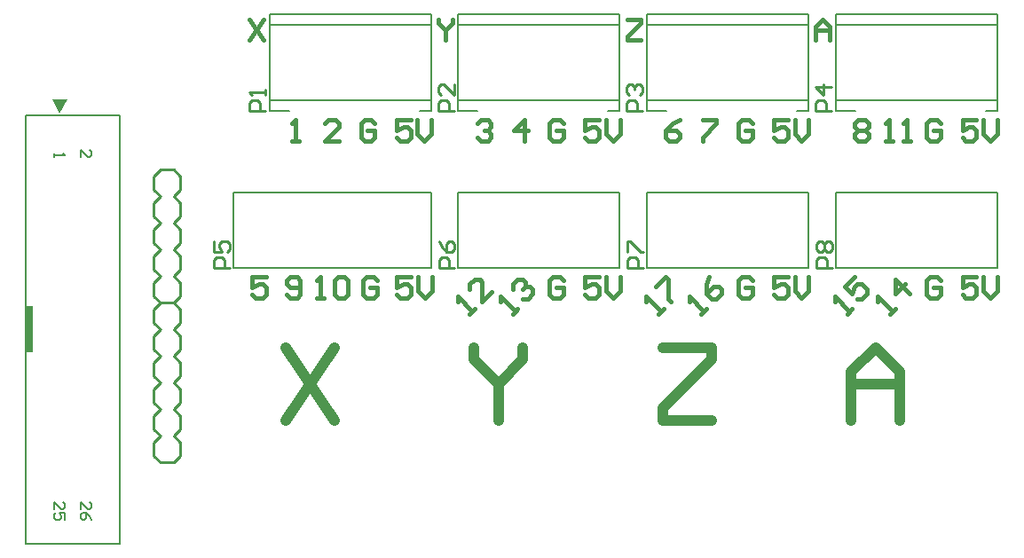
<source format=gto>
G04*
G04 #@! TF.GenerationSoftware,Altium Limited,CircuitStudio,1.5.2 (30)*
G04*
G04 Layer_Color=15065295*
%FSLAX25Y25*%
%MOIN*%
G70*
G01*
G75*
%ADD10C,0.03937*%
%ADD19C,0.01000*%
%ADD20C,0.00787*%
%ADD21C,0.01575*%
%ADD22C,0.00600*%
%ADD23R,0.03150X0.17716*%
G36*
X1404354Y1329882D02*
X1401563Y1335000D01*
X1407146D01*
X1404354Y1329882D01*
D02*
G37*
D10*
X1701736Y1214370D02*
Y1232737D01*
X1710920Y1241920D01*
X1720103Y1232737D01*
Y1214370D01*
Y1228145D01*
X1701736D01*
X1630870Y1241920D02*
X1649237D01*
Y1237328D01*
X1630870Y1218962D01*
Y1214370D01*
X1649237D01*
X1560004Y1241920D02*
Y1237328D01*
X1569187Y1228145D01*
X1578371Y1237328D01*
Y1241920D01*
X1569187Y1228145D02*
Y1214370D01*
X1489138Y1241920D02*
X1507504Y1214370D01*
Y1241920D02*
X1489138Y1214370D01*
D19*
X1439649Y1271240D02*
X1442150Y1268740D01*
X1439649Y1266240D02*
X1442150Y1268740D01*
X1439649Y1261240D02*
Y1266240D01*
Y1261240D02*
X1442150Y1258740D01*
X1447149D01*
X1449650Y1261240D01*
Y1266240D01*
X1447149Y1268740D02*
X1449650Y1266240D01*
X1447149Y1268740D02*
X1449650Y1271240D01*
X1447149Y1288740D02*
X1449650Y1291240D01*
X1447149Y1288740D02*
X1449650Y1286240D01*
X1439649D02*
X1442150Y1288740D01*
X1439649Y1291240D02*
X1442150Y1288740D01*
X1447149Y1278740D02*
X1449650Y1281240D01*
X1447149Y1278740D02*
X1449650Y1276240D01*
Y1271240D02*
Y1276240D01*
X1447149Y1268740D02*
X1449650Y1271240D01*
X1439649D02*
X1442150Y1268740D01*
X1439649Y1271240D02*
Y1276240D01*
X1442150Y1278740D01*
X1439649Y1281240D02*
X1442150Y1278740D01*
X1439649Y1281240D02*
Y1286240D01*
X1449650Y1281240D02*
Y1286240D01*
Y1301240D02*
Y1306240D01*
X1447149Y1308740D02*
X1449650Y1306240D01*
X1442150Y1308740D02*
X1447149D01*
X1439649Y1306240D02*
X1442150Y1308740D01*
X1439649Y1301240D02*
Y1306240D01*
Y1301240D02*
X1442150Y1298740D01*
X1439649Y1296240D02*
X1442150Y1298740D01*
X1439649Y1291240D02*
Y1296240D01*
X1449650Y1291240D02*
Y1296240D01*
X1447149Y1298740D02*
X1449650Y1296240D01*
X1447149Y1298740D02*
X1449650Y1301240D01*
X1447149Y1248740D02*
X1449650Y1251240D01*
X1447149Y1248740D02*
X1449650Y1246240D01*
Y1241240D02*
Y1246240D01*
X1439649Y1241240D02*
Y1246240D01*
X1442150Y1248740D01*
X1439649Y1251240D02*
X1442150Y1248740D01*
X1439649Y1251240D02*
Y1256240D01*
X1442150Y1258740D01*
X1447149D01*
X1449650Y1256240D01*
Y1251240D02*
Y1256240D01*
Y1231240D02*
Y1236240D01*
X1439649Y1231240D02*
Y1236240D01*
Y1231240D02*
X1442150Y1228740D01*
X1439649Y1226240D02*
X1442150Y1228740D01*
X1439649Y1221240D02*
Y1226240D01*
Y1221240D02*
X1442150Y1218740D01*
X1447149D02*
X1449650Y1221240D01*
Y1226240D01*
X1447149Y1228740D02*
X1449650Y1226240D01*
X1447149Y1228740D02*
X1449650Y1231240D01*
X1439649Y1241240D02*
X1442150Y1238740D01*
X1439649Y1236240D02*
X1442150Y1238740D01*
X1447149D02*
X1449650Y1236240D01*
X1447149Y1238740D02*
X1449650Y1241240D01*
X1447149Y1218740D02*
X1449650Y1221240D01*
X1447149Y1218740D02*
X1449650Y1216240D01*
Y1211240D02*
Y1216240D01*
X1447149Y1208740D02*
X1449650Y1211240D01*
X1439649D02*
X1442150Y1208740D01*
X1439649Y1211240D02*
Y1216240D01*
X1442150Y1218740D01*
X1439649Y1221240D02*
X1442150Y1218740D01*
X1439649Y1211240D02*
X1442150Y1208740D01*
X1439649Y1206240D02*
X1442150Y1208740D01*
X1439649Y1201240D02*
Y1206240D01*
Y1201240D02*
X1442150Y1198740D01*
X1447149D01*
X1449650Y1201240D01*
Y1206240D01*
X1447149Y1208740D02*
X1449650Y1206240D01*
X1447149Y1208740D02*
X1449650Y1211240D01*
X1447149Y1208740D02*
X1449650Y1211240D01*
X1439649D02*
X1442150Y1208740D01*
X1694453Y1271850D02*
X1688549D01*
Y1274802D01*
X1689533Y1275786D01*
X1691501D01*
X1692485Y1274802D01*
Y1271850D01*
X1689533Y1277754D02*
X1688549Y1278738D01*
Y1280706D01*
X1689533Y1281689D01*
X1690517D01*
X1691501Y1280706D01*
X1692485Y1281689D01*
X1693469D01*
X1694453Y1280706D01*
Y1278738D01*
X1693469Y1277754D01*
X1692485D01*
X1691501Y1278738D01*
X1690517Y1277754D01*
X1689533D01*
X1691501Y1278738D02*
Y1280706D01*
X1623586Y1271850D02*
X1617683D01*
Y1274802D01*
X1618667Y1275786D01*
X1620635D01*
X1621619Y1274802D01*
Y1271850D01*
X1617683Y1277754D02*
Y1281690D01*
X1618667D01*
X1622602Y1277754D01*
X1623586D01*
X1552720Y1271850D02*
X1546817D01*
Y1274802D01*
X1547801Y1275786D01*
X1549769D01*
X1550753Y1274802D01*
Y1271850D01*
X1546817Y1281690D02*
X1547801Y1279722D01*
X1549769Y1277754D01*
X1551736D01*
X1552720Y1278738D01*
Y1280706D01*
X1551736Y1281690D01*
X1550753D01*
X1549769Y1280706D01*
Y1277754D01*
X1468272Y1271850D02*
X1462368D01*
Y1274802D01*
X1463352Y1275786D01*
X1465320D01*
X1466304Y1274802D01*
Y1271850D01*
X1462368Y1281690D02*
Y1277754D01*
X1465320D01*
X1464336Y1279722D01*
Y1280706D01*
X1465320Y1281690D01*
X1467288D01*
X1468272Y1280706D01*
Y1278738D01*
X1467288Y1277754D01*
X1694256Y1330905D02*
X1688258D01*
Y1333904D01*
X1689257Y1334904D01*
X1691257D01*
X1692256Y1333904D01*
Y1330905D01*
X1694256Y1339902D02*
X1688258D01*
X1691257Y1336903D01*
Y1340902D01*
X1623390Y1330905D02*
X1617392D01*
Y1333904D01*
X1618391Y1334904D01*
X1620391D01*
X1621390Y1333904D01*
Y1330905D01*
X1618391Y1336903D02*
X1617392Y1337903D01*
Y1339902D01*
X1618391Y1340902D01*
X1619391D01*
X1620391Y1339902D01*
Y1338903D01*
Y1339902D01*
X1621390Y1340902D01*
X1622390D01*
X1623390Y1339902D01*
Y1337903D01*
X1622390Y1336903D01*
X1552524Y1330905D02*
X1546525D01*
Y1333904D01*
X1547525Y1334904D01*
X1549524D01*
X1550524Y1333904D01*
Y1330905D01*
X1552524Y1340902D02*
Y1336903D01*
X1548525Y1340902D01*
X1547525D01*
X1546525Y1339902D01*
Y1337903D01*
X1547525Y1336903D01*
X1481657Y1330905D02*
X1475659D01*
Y1333904D01*
X1476659Y1334904D01*
X1478658D01*
X1479658Y1333904D01*
Y1330905D01*
X1481657Y1336903D02*
Y1338903D01*
Y1337903D01*
X1475659D01*
X1476659Y1336903D01*
D20*
X1695831Y1300197D02*
X1756461D01*
Y1271850D02*
Y1300197D01*
X1695831Y1271850D02*
X1756461D01*
X1695831D02*
Y1300197D01*
X1624964D02*
X1685594D01*
Y1271850D02*
Y1300197D01*
X1624964Y1271850D02*
X1685594D01*
X1624964D02*
Y1300197D01*
X1554098D02*
X1614728D01*
Y1271850D02*
Y1300197D01*
X1554098Y1271850D02*
X1614728D01*
X1554098D02*
Y1300197D01*
X1469650D02*
X1544059D01*
Y1271850D02*
Y1300197D01*
X1469650Y1271850D02*
X1544059D01*
X1469650D02*
Y1300197D01*
X1695831Y1363189D02*
X1756461D01*
Y1334842D02*
Y1363189D01*
X1695831Y1334842D02*
X1756461D01*
X1695831D02*
Y1363189D01*
X1624964D02*
X1685594D01*
Y1334842D02*
Y1363189D01*
X1624964Y1334842D02*
X1685594D01*
X1624964D02*
Y1363189D01*
X1554098D02*
X1614728D01*
Y1334842D02*
Y1363189D01*
X1554098Y1334842D02*
X1614728D01*
X1554098D02*
Y1363189D01*
X1483232D02*
X1543862D01*
Y1334842D02*
Y1363189D01*
X1483232Y1334842D02*
X1543862D01*
X1483232D02*
Y1363189D01*
X1391500Y1329094D02*
X1426933D01*
X1391500Y1168150D02*
Y1329094D01*
X1426933Y1168150D02*
Y1329094D01*
X1391500Y1168150D02*
X1426933D01*
X1695831Y1330905D02*
X1703114D01*
X1756461D02*
Y1367126D01*
X1695831D02*
X1756461D01*
X1695831Y1330905D02*
Y1367126D01*
X1752130Y1330905D02*
X1756461D01*
X1624965D02*
X1632248D01*
X1685594D02*
Y1367126D01*
X1624965D02*
X1685594D01*
X1624965Y1330905D02*
Y1367126D01*
X1681264Y1330905D02*
X1685594D01*
X1554098D02*
X1561382D01*
X1614728D02*
Y1367126D01*
X1554098D02*
X1614728D01*
X1554098Y1330905D02*
Y1367126D01*
X1610398Y1330905D02*
X1614728D01*
X1483232D02*
X1490516D01*
X1543862D02*
Y1367126D01*
X1483232D02*
X1543862D01*
X1483232Y1330905D02*
Y1367126D01*
X1539531Y1330905D02*
X1543862D01*
D21*
X1688350Y1357283D02*
Y1362531D01*
X1690974Y1365155D01*
X1693598Y1362531D01*
Y1357283D01*
Y1361219D01*
X1688350D01*
X1617484Y1365155D02*
X1622732D01*
Y1363843D01*
X1617484Y1358595D01*
Y1357283D01*
X1622732D01*
X1475752Y1365155D02*
X1480999Y1357283D01*
Y1365155D02*
X1475752Y1357283D01*
X1546618Y1365155D02*
Y1363843D01*
X1549242Y1361219D01*
X1551866Y1363843D01*
Y1365155D01*
X1549242Y1361219D02*
Y1357283D01*
X1700161Y1254527D02*
X1702017Y1256383D01*
X1701089Y1255455D01*
X1695523Y1261021D01*
X1695523Y1259166D01*
X1702944Y1268442D02*
X1699234Y1264732D01*
X1702017Y1261949D01*
X1702944Y1264732D01*
X1703872Y1265659D01*
X1705727D01*
X1707583Y1263804D01*
Y1261949D01*
X1705727Y1260093D01*
X1703872D01*
X1716303Y1254527D02*
X1718158Y1256383D01*
X1717231Y1255455D01*
X1711665Y1261021D01*
X1711665Y1259166D01*
X1723724Y1261949D02*
X1718158Y1267515D01*
Y1261949D01*
X1721869Y1265659D01*
X1629295Y1254527D02*
X1631150Y1256383D01*
X1630223Y1255455D01*
X1624657Y1261021D01*
X1624657Y1259166D01*
X1628367Y1264732D02*
X1632078Y1268442D01*
X1633006Y1267515D01*
Y1260093D01*
X1633933Y1259166D01*
X1645437Y1254527D02*
X1647292Y1256383D01*
X1646365Y1255455D01*
X1640799Y1261021D01*
X1640799Y1259166D01*
X1648220Y1268442D02*
X1647292Y1265659D01*
Y1261949D01*
X1649147Y1260093D01*
X1651003D01*
X1652858Y1261949D01*
Y1263804D01*
X1651930Y1264732D01*
X1650075Y1264732D01*
X1647292Y1261949D01*
X1574571Y1254527D02*
X1576426Y1256383D01*
X1575498Y1255455D01*
X1569932Y1261021D01*
X1569932Y1259166D01*
X1574571Y1263804D02*
X1574571Y1265659D01*
X1576426Y1267515D01*
X1578281D01*
X1579209Y1266587D01*
Y1264732D01*
X1578281Y1263804D01*
X1579209Y1264732D01*
X1581064Y1264732D01*
X1581992Y1263804D01*
Y1261949D01*
X1580137Y1260093D01*
X1578281D01*
X1558429Y1254527D02*
X1560284Y1256383D01*
X1559357Y1255455D01*
X1553791Y1261021D01*
X1553791Y1259166D01*
X1566778Y1262876D02*
X1563067Y1259166D01*
Y1266587D01*
X1562140Y1267515D01*
X1560284D01*
X1558429Y1265659D01*
X1558429Y1263804D01*
X1500949Y1260433D02*
X1503572D01*
X1502261D01*
Y1268304D01*
X1500949Y1266992D01*
X1507508D02*
X1508820Y1268304D01*
X1511444D01*
X1512756Y1266992D01*
Y1261745D01*
X1511444Y1260433D01*
X1508820D01*
X1507508Y1261745D01*
Y1266992D01*
X1489531Y1261745D02*
X1490843Y1260433D01*
X1493467D01*
X1494779Y1261745D01*
Y1266992D01*
X1493467Y1268304D01*
X1490843D01*
X1489531Y1266992D01*
Y1265681D01*
X1490843Y1264369D01*
X1494779D01*
X1481984Y1268305D02*
X1476736D01*
Y1264369D01*
X1479360Y1265681D01*
X1480672D01*
X1481984Y1264369D01*
Y1261745D01*
X1480672Y1260433D01*
X1478048D01*
X1476736Y1261745D01*
X1748716Y1268304D02*
X1743468D01*
Y1264369D01*
X1746092Y1265681D01*
X1747404D01*
X1748716Y1264369D01*
Y1261745D01*
X1747404Y1260433D01*
X1744780D01*
X1743468Y1261745D01*
X1751340Y1268304D02*
Y1263057D01*
X1753964Y1260433D01*
X1756587Y1263057D01*
Y1268304D01*
X1735330Y1266993D02*
X1734018Y1268305D01*
X1731395D01*
X1730083Y1266993D01*
Y1261745D01*
X1731395Y1260433D01*
X1734018D01*
X1735330Y1261745D01*
Y1264369D01*
X1732706D01*
X1677850Y1268304D02*
X1672602D01*
Y1264369D01*
X1675226Y1265681D01*
X1676538D01*
X1677850Y1264369D01*
Y1261745D01*
X1676538Y1260433D01*
X1673914D01*
X1672602Y1261745D01*
X1680474Y1268304D02*
Y1263057D01*
X1683097Y1260433D01*
X1685721Y1263057D01*
Y1268304D01*
X1664464Y1266993D02*
X1663152Y1268305D01*
X1660528D01*
X1659216Y1266993D01*
Y1261745D01*
X1660528Y1260433D01*
X1663152D01*
X1664464Y1261745D01*
Y1264369D01*
X1661840D01*
X1606984Y1268304D02*
X1601736D01*
Y1264369D01*
X1604360Y1265681D01*
X1605672D01*
X1606984Y1264369D01*
Y1261745D01*
X1605672Y1260433D01*
X1603048D01*
X1601736Y1261745D01*
X1609608Y1268304D02*
Y1263057D01*
X1612231Y1260433D01*
X1614855Y1263057D01*
Y1268304D01*
X1593598Y1266993D02*
X1592286Y1268305D01*
X1589662D01*
X1588350Y1266993D01*
Y1261745D01*
X1589662Y1260433D01*
X1592286D01*
X1593598Y1261745D01*
Y1264369D01*
X1590974D01*
X1536314Y1268304D02*
X1531067D01*
Y1264369D01*
X1533691Y1265681D01*
X1535003D01*
X1536314Y1264369D01*
Y1261745D01*
X1535003Y1260433D01*
X1532379D01*
X1531067Y1261745D01*
X1538938Y1268304D02*
Y1263057D01*
X1541562Y1260433D01*
X1544186Y1263057D01*
Y1268304D01*
X1523519Y1266992D02*
X1522207Y1268304D01*
X1519583D01*
X1518272Y1266992D01*
Y1261745D01*
X1519583Y1260433D01*
X1522207D01*
X1523519Y1261745D01*
Y1264369D01*
X1520895D01*
X1702917Y1326048D02*
X1704229Y1327360D01*
X1706853D01*
X1708165Y1326048D01*
Y1324736D01*
X1706853Y1323424D01*
X1708165Y1322112D01*
Y1320800D01*
X1706853Y1319488D01*
X1704229D01*
X1702917Y1320800D01*
Y1322112D01*
X1704229Y1323424D01*
X1702917Y1324736D01*
Y1326048D01*
X1704229Y1323424D02*
X1706853D01*
X1714728Y1319488D02*
X1717352D01*
X1716040D01*
Y1327360D01*
X1714728Y1326048D01*
X1721288Y1319488D02*
X1723912D01*
X1722600D01*
Y1327360D01*
X1721288Y1326048D01*
X1735330Y1326048D02*
X1734018Y1327360D01*
X1731395D01*
X1730083Y1326048D01*
Y1320800D01*
X1731395Y1319488D01*
X1734018D01*
X1735330Y1320800D01*
Y1323424D01*
X1732706D01*
X1748716Y1327360D02*
X1743468D01*
Y1323424D01*
X1746092Y1324736D01*
X1747404D01*
X1748716Y1323424D01*
Y1320800D01*
X1747404Y1319488D01*
X1744780D01*
X1743468Y1320800D01*
X1751340Y1327360D02*
Y1322112D01*
X1753964Y1319488D01*
X1756587Y1322112D01*
Y1327360D01*
X1637299Y1327360D02*
X1634675Y1326048D01*
X1632051Y1323424D01*
Y1320800D01*
X1633363Y1319488D01*
X1635987D01*
X1637299Y1320800D01*
Y1322112D01*
X1635987Y1323424D01*
X1632051D01*
X1645831Y1327360D02*
X1651078D01*
Y1326048D01*
X1645831Y1320800D01*
Y1319488D01*
X1664464Y1326048D02*
X1663152Y1327360D01*
X1660528D01*
X1659216Y1326048D01*
Y1320800D01*
X1660528Y1319488D01*
X1663152D01*
X1664464Y1320800D01*
Y1323424D01*
X1661840D01*
X1677850Y1327360D02*
X1672602D01*
Y1323424D01*
X1675226Y1324736D01*
X1676538D01*
X1677850Y1323424D01*
Y1320800D01*
X1676538Y1319488D01*
X1673914D01*
X1672602Y1320800D01*
X1680474Y1327360D02*
Y1322112D01*
X1683097Y1319488D01*
X1685721Y1322112D01*
Y1327360D01*
X1491500Y1319488D02*
X1494124D01*
X1492812D01*
Y1327360D01*
X1491500Y1326048D01*
X1509346Y1319488D02*
X1504098D01*
X1509346Y1324736D01*
Y1326048D01*
X1508034Y1327360D01*
X1505410D01*
X1504098Y1326048D01*
X1522732D02*
X1521420Y1327360D01*
X1518796D01*
X1517484Y1326048D01*
Y1320800D01*
X1518796Y1319488D01*
X1521420D01*
X1522732Y1320800D01*
Y1323424D01*
X1520108D01*
X1536118Y1327360D02*
X1530870D01*
Y1323424D01*
X1533494Y1324736D01*
X1534806D01*
X1536118Y1323424D01*
Y1320800D01*
X1534806Y1319488D01*
X1532182D01*
X1530870Y1320800D01*
X1538741Y1327360D02*
Y1322112D01*
X1541365Y1319488D01*
X1543989Y1322112D01*
Y1327360D01*
X1606984D02*
X1601736D01*
Y1323424D01*
X1604360Y1324736D01*
X1605672D01*
X1606984Y1323424D01*
Y1320800D01*
X1605672Y1319488D01*
X1603048D01*
X1601736Y1320800D01*
X1609608Y1327360D02*
Y1322112D01*
X1612231Y1319488D01*
X1614855Y1322112D01*
Y1327360D01*
X1593598Y1326048D02*
X1592286Y1327360D01*
X1589662D01*
X1588350Y1326048D01*
Y1320800D01*
X1589662Y1319488D01*
X1592286D01*
X1593598Y1320800D01*
Y1323424D01*
X1590974D01*
X1578900Y1319488D02*
Y1327360D01*
X1574965Y1323424D01*
X1580212D01*
X1561185Y1326048D02*
X1562497Y1327360D01*
X1565121D01*
X1566433Y1326048D01*
Y1324736D01*
X1565121Y1323424D01*
X1563809D01*
X1565121D01*
X1566433Y1322112D01*
Y1320800D01*
X1565121Y1319488D01*
X1562497D01*
X1561185Y1320800D01*
D22*
X1412366Y1180996D02*
Y1183661D01*
X1415032Y1180996D01*
X1415698D01*
X1416365Y1181662D01*
Y1182995D01*
X1415698Y1183661D01*
X1416365Y1176997D02*
X1415698Y1178330D01*
X1414365Y1179663D01*
X1413033D01*
X1412366Y1178996D01*
Y1177663D01*
X1413033Y1176997D01*
X1413699D01*
X1414365Y1177663D01*
Y1179663D01*
X1402366Y1180996D02*
Y1183661D01*
X1405032Y1180996D01*
X1405698D01*
X1406365Y1181662D01*
Y1182995D01*
X1405698Y1183661D01*
X1406365Y1176997D02*
Y1179663D01*
X1404366D01*
X1405032Y1178330D01*
Y1177663D01*
X1404366Y1176997D01*
X1403033D01*
X1402366Y1177663D01*
Y1178996D01*
X1403033Y1179663D01*
X1412130Y1313279D02*
Y1315945D01*
X1414796Y1313279D01*
X1415462D01*
X1416129Y1313945D01*
Y1315278D01*
X1415462Y1315945D01*
X1402130Y1314764D02*
Y1313431D01*
Y1314097D01*
X1406129D01*
X1405462Y1314764D01*
D23*
X1393075Y1248622D02*
D03*
M02*

</source>
